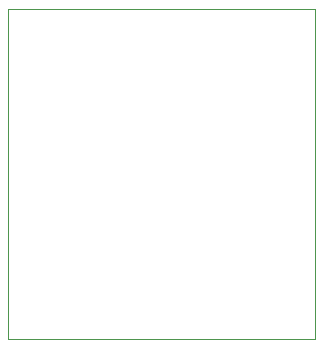
<source format=gbr>
%TF.GenerationSoftware,KiCad,Pcbnew,8.0.5*%
%TF.CreationDate,2024-10-03T09:22:46-06:00*%
%TF.ProjectId,mini_ac,6d696e69-5f61-4632-9e6b-696361645f70,rev?*%
%TF.SameCoordinates,Original*%
%TF.FileFunction,Profile,NP*%
%FSLAX46Y46*%
G04 Gerber Fmt 4.6, Leading zero omitted, Abs format (unit mm)*
G04 Created by KiCad (PCBNEW 8.0.5) date 2024-10-03 09:22:46*
%MOMM*%
%LPD*%
G01*
G04 APERTURE LIST*
%TA.AperFunction,Profile*%
%ADD10C,0.050000*%
%TD*%
G04 APERTURE END LIST*
D10*
X100500000Y-74000000D02*
X126500000Y-74000000D01*
X126500000Y-102000000D01*
X100500000Y-102000000D01*
X100500000Y-74000000D01*
M02*

</source>
